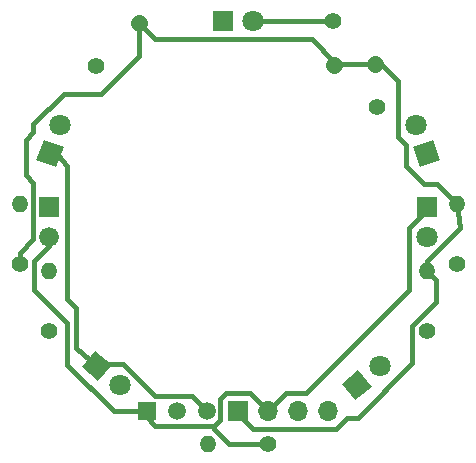
<source format=gtl>
G04 #@! TF.FileFunction,Copper,L1,Top,Signal*
%FSLAX46Y46*%
G04 Gerber Fmt 4.6, Leading zero omitted, Abs format (unit mm)*
G04 Created by KiCad (PCBNEW 4.0.6) date 04/23/19 17:34:00*
%MOMM*%
%LPD*%
G01*
G04 APERTURE LIST*
%ADD10C,0.100000*%
%ADD11C,1.800000*%
%ADD12R,1.676400X1.676400*%
%ADD13C,1.676400*%
%ADD14C,1.400000*%
%ADD15O,1.400000X1.400000*%
%ADD16C,1.400000*%
%ADD17R,1.800000X1.800000*%
%ADD18R,1.700000X1.700000*%
%ADD19O,1.700000X1.700000*%
%ADD20C,1.520000*%
%ADD21R,1.520000X1.520000*%
%ADD22C,0.406400*%
G04 APERTURE END LIST*
D10*
G36*
X184087907Y-81731315D02*
X182396461Y-82346951D01*
X181780825Y-80655505D01*
X183472271Y-80039869D01*
X184087907Y-81731315D01*
X184087907Y-81731315D01*
G37*
D11*
X182065634Y-78806590D03*
D12*
X151000000Y-85730000D03*
D13*
X151000000Y-88270000D03*
D14*
X148500000Y-90500000D03*
D15*
X148500000Y-85420000D03*
D14*
X169500000Y-105750000D03*
D15*
X164420000Y-105750000D03*
D14*
X178750000Y-77250000D03*
D16*
X175157898Y-73657898D02*
X175157898Y-73657898D01*
D14*
X175000000Y-70000000D03*
D16*
X178592102Y-73592102D02*
X178592102Y-73592102D01*
D14*
X183000000Y-96250000D03*
D15*
X183000000Y-91170000D03*
D14*
X151000000Y-96250000D03*
D15*
X151000000Y-91170000D03*
D14*
X155000000Y-73750000D03*
D16*
X158592102Y-70157898D02*
X158592102Y-70157898D01*
D14*
X185500000Y-90500000D03*
D15*
X185500000Y-85420000D03*
D10*
G36*
X153759175Y-99294591D02*
X154916193Y-97915711D01*
X156295073Y-99072729D01*
X155138055Y-100451609D01*
X153759175Y-99294591D01*
X153759175Y-99294591D01*
G37*
D11*
X156972876Y-100816340D03*
D10*
G36*
X151603539Y-82346951D02*
X149912093Y-81731315D01*
X150527729Y-80039869D01*
X152219175Y-80655505D01*
X151603539Y-82346951D01*
X151603539Y-82346951D01*
G37*
D11*
X151934366Y-78806590D03*
D17*
X165730000Y-70000000D03*
D11*
X168270000Y-70000000D03*
D17*
X183000000Y-85750000D03*
D11*
X183000000Y-88290000D03*
D10*
G36*
X176916193Y-102084289D02*
X175759175Y-100705409D01*
X177138055Y-99548391D01*
X178295073Y-100927271D01*
X176916193Y-102084289D01*
X176916193Y-102084289D01*
G37*
D11*
X178972876Y-99183660D03*
D18*
X167000000Y-103000000D03*
D19*
X169540000Y-103000000D03*
X172080000Y-103000000D03*
X174620000Y-103000000D03*
D20*
X161790000Y-103000000D03*
X164330000Y-103000000D03*
D21*
X159250000Y-103000000D03*
D20*
X161790000Y-103000000D03*
X164330000Y-103000000D03*
D21*
X159250000Y-103000000D03*
D22*
X149675000Y-78675000D02*
X149675000Y-79325000D01*
X148500000Y-89625000D02*
X149675000Y-88450000D01*
X149675000Y-78675000D02*
X152225000Y-76125000D01*
X152225000Y-76125000D02*
X155425000Y-76125000D01*
X155425000Y-76125000D02*
X158592102Y-72957898D01*
X158592102Y-70157898D02*
X158592102Y-72957898D01*
X148500000Y-89625000D02*
X148500000Y-90500000D01*
X149675000Y-83675000D02*
X149675000Y-88450000D01*
X149000000Y-83000000D02*
X149675000Y-83675000D01*
X149000000Y-80000000D02*
X149000000Y-83000000D01*
X149675000Y-79325000D02*
X149000000Y-80000000D01*
X178592102Y-73592102D02*
X179092102Y-73592102D01*
X179092102Y-73592102D02*
X180500000Y-75000000D01*
X183830000Y-83750000D02*
X185500000Y-85420000D01*
X182750000Y-83750000D02*
X183830000Y-83750000D01*
X181250000Y-82250000D02*
X182750000Y-83750000D01*
X181250000Y-80500000D02*
X181250000Y-82250000D01*
X180500000Y-79750000D02*
X181250000Y-80500000D01*
X180500000Y-75000000D02*
X180500000Y-79750000D01*
X176275000Y-103550000D02*
X176200000Y-103550000D01*
X168250000Y-104500000D02*
X175250000Y-104500000D01*
X167000000Y-103250000D02*
X168250000Y-104500000D01*
X181750000Y-98925000D02*
X177125000Y-103550000D01*
X183750000Y-91920000D02*
X183000000Y-91170000D01*
X183750000Y-93750000D02*
X183750000Y-91920000D01*
X181750000Y-95750000D02*
X183750000Y-93750000D01*
X181750000Y-98500000D02*
X181750000Y-95750000D01*
X181750000Y-98500000D02*
X181750000Y-98925000D01*
X176275000Y-103550000D02*
X177125000Y-103550000D01*
X176200000Y-103550000D02*
X175250000Y-104500000D01*
X167000000Y-103000000D02*
X167000000Y-103250000D01*
X183000000Y-91170000D02*
X183000000Y-90250000D01*
X183000000Y-90250000D02*
X185750000Y-87500000D01*
X185750000Y-87500000D02*
X185500000Y-85420000D01*
X175157898Y-73657898D02*
X175157898Y-73407898D01*
X175157898Y-73407898D02*
X173250000Y-71500000D01*
X159934204Y-71500000D02*
X158592102Y-70157898D01*
X173250000Y-71500000D02*
X159934204Y-71500000D01*
X178592102Y-73592102D02*
X175223694Y-73592102D01*
X175223694Y-73592102D02*
X175157898Y-73657898D01*
X152500000Y-95500000D02*
X152500000Y-99000000D01*
X152500000Y-95500000D02*
X149750000Y-92750000D01*
X149750000Y-92750000D02*
X149750000Y-90250000D01*
X151000000Y-89000000D02*
X149750000Y-90250000D01*
X152500000Y-99000000D02*
X152550000Y-99050000D01*
X152550000Y-99050000D02*
X152550000Y-99100000D01*
X152550000Y-99100000D02*
X152550000Y-99050000D01*
X165000000Y-104250000D02*
X165000000Y-104500000D01*
X166250000Y-105750000D02*
X169500000Y-105750000D01*
X165000000Y-104500000D02*
X166250000Y-105750000D01*
X159250000Y-103000000D02*
X159250000Y-103500000D01*
X159250000Y-103500000D02*
X160000000Y-104250000D01*
X168040000Y-101500000D02*
X169540000Y-103000000D01*
X166000000Y-101500000D02*
X168040000Y-101500000D01*
X165500000Y-102000000D02*
X166000000Y-101500000D01*
X165500000Y-103750000D02*
X165500000Y-102000000D01*
X165000000Y-104250000D02*
X165500000Y-103750000D01*
X160000000Y-104250000D02*
X165000000Y-104250000D01*
X152550000Y-99050000D02*
X156500000Y-103000000D01*
X159250000Y-103000000D02*
X156500000Y-103000000D01*
X151000000Y-89000000D02*
X151000000Y-88270000D01*
X183000000Y-85750000D02*
X183000000Y-86000000D01*
X183000000Y-86000000D02*
X181500000Y-87500000D01*
X172750000Y-101500000D02*
X171500000Y-101500000D01*
X181500000Y-92750000D02*
X172750000Y-101500000D01*
X181500000Y-87500000D02*
X181500000Y-92750000D01*
X171040000Y-101500000D02*
X169540000Y-103000000D01*
X171500000Y-101500000D02*
X171040000Y-101500000D01*
X183000000Y-85750000D02*
X183250000Y-85750000D01*
X169540000Y-105710000D02*
X169500000Y-105750000D01*
X168290000Y-70000000D02*
X175000000Y-70000000D01*
X153250000Y-97500000D02*
X153250000Y-97656536D01*
X153250000Y-97500000D02*
X153250000Y-94250000D01*
X153250000Y-94250000D02*
X152500000Y-93500000D01*
X152500000Y-93500000D02*
X152500000Y-82250000D01*
X151500000Y-81000000D02*
X152500000Y-82250000D01*
X153250000Y-97656536D02*
X155027124Y-99183660D01*
X155210784Y-99000000D02*
X157250000Y-99000000D01*
X157250000Y-99000000D02*
X160000000Y-101750000D01*
X160000000Y-101750000D02*
X163080000Y-101750000D01*
X163080000Y-101750000D02*
X164330000Y-103000000D01*
X155250000Y-99000000D02*
X155000000Y-99000000D01*
M02*

</source>
